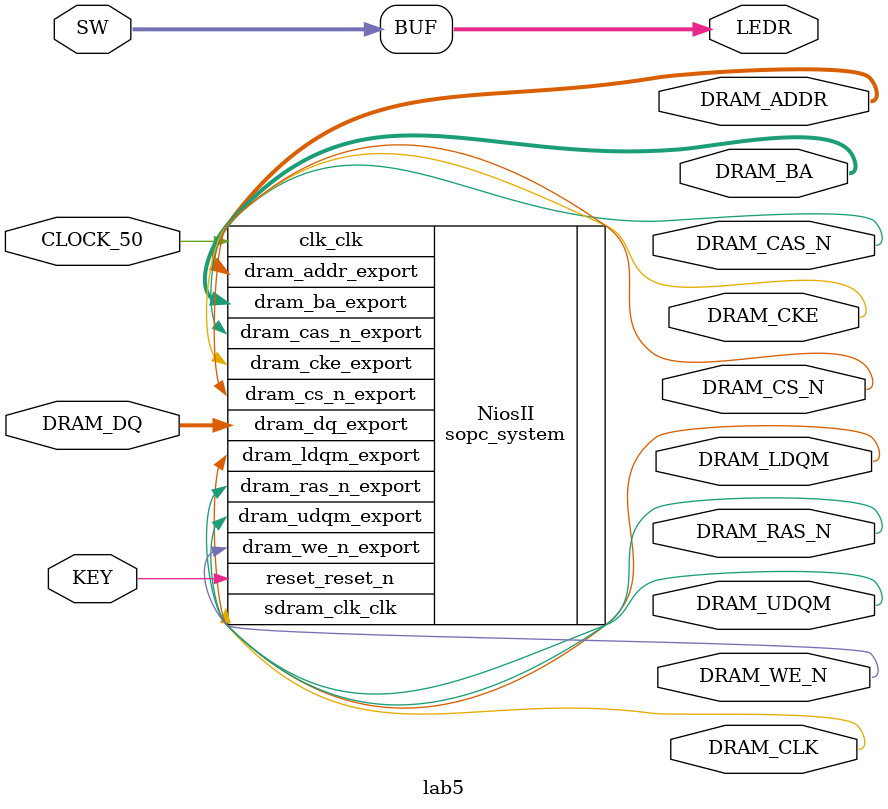
<source format=v>
/*****************************************************************************
 *                                                                           *
 * Module:       Lab5                                                        *
 * Description:                                                              *
 *      This module is the top level module of 2DA4 lab 5                    *
 *                                                                           *
 *****************************************************************************/

module lab5 (
input				CLOCK_50,	
input		[0:0]	KEY, 
input 	[7:0] SW,               //for reset
output 	[7:0] LEDR,

// Bidirectionals
inout		[15:0]	DRAM_DQ,

// Outputs

output		[12:0]	DRAM_ADDR,
output 		[1:0]		DRAM_BA,
output					DRAM_LDQM,  //data mask; when it is low, the DQ is valid for reading and writing. 
output					DRAM_UDQM,
output					DRAM_RAS_N,
output 					DRAM_CAS_N,
output 					DRAM_CLK,
output					DRAM_CKE,
output 					DRAM_WE_N,
output 					DRAM_CS_N


);


// Internal Wires
wire		[12:0]	address;
wire		[1:0]		byte_enable;
wire					rw;
wire		[15:0]	write_data;
wire		[15:0]	read_data;

// The following dummy wires are there just to ensure that 
// Quartus does not perform certain optimizations, which may
// result in these signals appearing inverted when observed in SignalTap II
// The key to this is the /*synthesis keep */ comment, which actually
// has a meaning to Quartus. It is important that the comment appear before the semicolon
// This comment does not affect functionality in any significant way
wire				DRAM_CS_N_wire /*synthesis keep */;
wire				DRAM_WE_N_wire /*synthesis keep */;
wire				DRAM_UDQM_wire /*synthesis keep */;
wire				DRAM_LDQM_wire /*synthesis keep */;


//assign DRAM_CS_N = DRAM_CS_N_wire;
//assign DRAM_WE_N = DRAM_WE_N_wire;
//assign DRAM_UB_N = DRAM_UDQM_wire;
//assign DRAM_LB_N = DRAM_LDQM_wire;

assign LEDR=SW;


//Instantiate your sopc_system module generated by Qsys.  

sopc_system NiosII (
		.clk_clk           (CLOCK_50),           //        clk.clk
		.reset_reset_n     (KEY),     //      reset.reset_n
		.dram_addr_export  (DRAM_ADDR),  //  dram_addr.export
		.dram_ba_export    (DRAM_BA),    //    dram_ba.export
		.dram_cas_n_export (DRAM_CAS_N), // dram_cas_n.export
		.dram_cke_export   (DRAM_CKE),   //   dram_cke.export
		.dram_cs_n_export  (DRAM_CS_N),  //  dram_cs_n.export
		.dram_dq_export    (DRAM_DQ),    //    dram_dq.export
		.dram_ldqm_export  (DRAM_LDQM),  //  dram_ldqm.export
		.dram_ras_n_export (DRAM_RAS_N), // dram_ras_n.export
		.dram_udqm_export  (DRAM_UDQM),  //  dram_udqm.export
		.dram_we_n_export  (DRAM_WE_N),  //  dram_we_n.export
		.sdram_clk_clk     (DRAM_CLK));     //  sdram_clk.clk
endmodule

</source>
